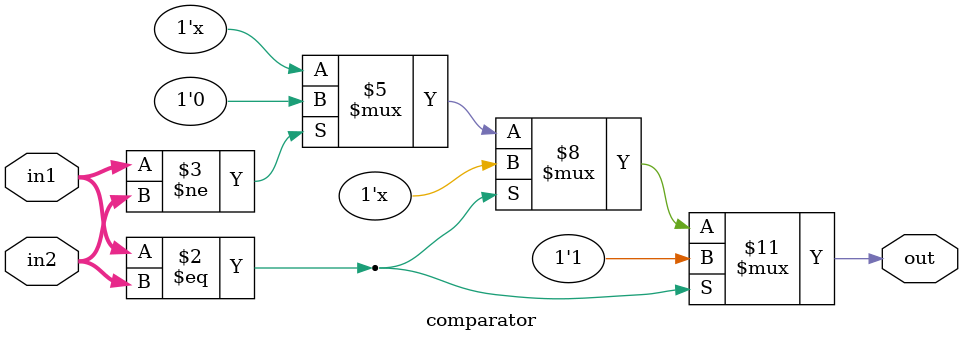
<source format=v>
`timescale 1ns/1ps

module comparator(in1, in2, out);
    input [1:0] in1, in2;
    output reg out;

    always @(in1, in2)
    begin
        if (in1 == in2)
            out = 1'b1;
        else if (in1 != in2)
            out = 1'b0;
    end
endmodule
</source>
